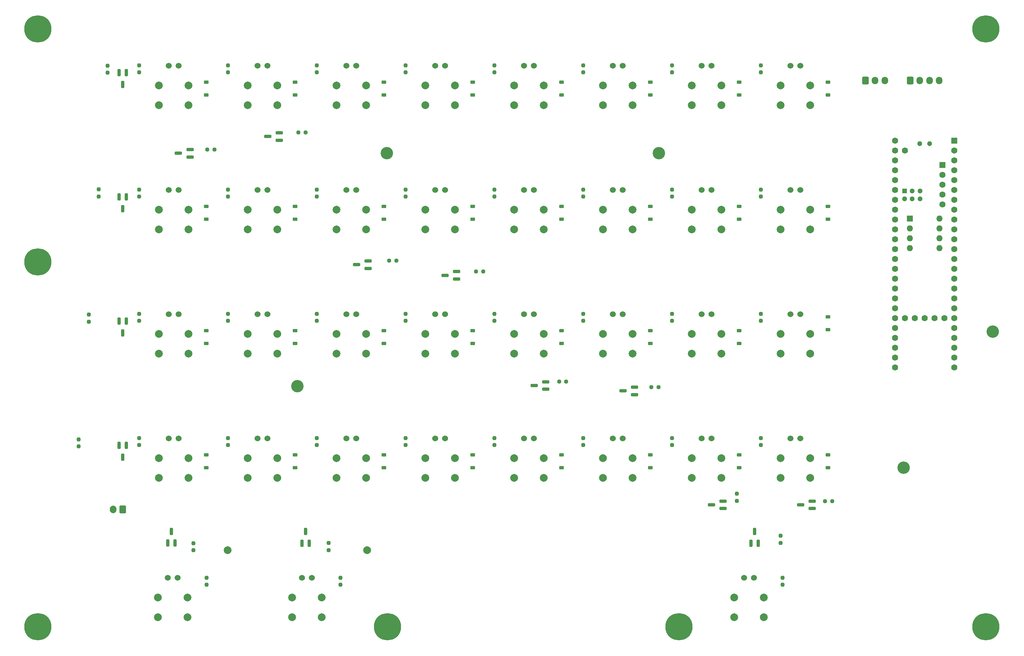
<source format=gbr>
%TF.GenerationSoftware,KiCad,Pcbnew,8.0.8-8.0.8-0~ubuntu22.04.1*%
%TF.CreationDate,2025-02-04T17:37:33+09:00*%
%TF.ProjectId,k2503100,6b323530-3331-4303-902e-6b696361645f,1.20*%
%TF.SameCoordinates,Original*%
%TF.FileFunction,Soldermask,Top*%
%TF.FilePolarity,Negative*%
%FSLAX46Y46*%
G04 Gerber Fmt 4.6, Leading zero omitted, Abs format (unit mm)*
G04 Created by KiCad (PCBNEW 8.0.8-8.0.8-0~ubuntu22.04.1) date 2025-02-04 17:37:33*
%MOMM*%
%LPD*%
G01*
G04 APERTURE LIST*
G04 Aperture macros list*
%AMRoundRect*
0 Rectangle with rounded corners*
0 $1 Rounding radius*
0 $2 $3 $4 $5 $6 $7 $8 $9 X,Y pos of 4 corners*
0 Add a 4 corners polygon primitive as box body*
4,1,4,$2,$3,$4,$5,$6,$7,$8,$9,$2,$3,0*
0 Add four circle primitives for the rounded corners*
1,1,$1+$1,$2,$3*
1,1,$1+$1,$4,$5*
1,1,$1+$1,$6,$7*
1,1,$1+$1,$8,$9*
0 Add four rect primitives between the rounded corners*
20,1,$1+$1,$2,$3,$4,$5,0*
20,1,$1+$1,$4,$5,$6,$7,0*
20,1,$1+$1,$6,$7,$8,$9,0*
20,1,$1+$1,$8,$9,$2,$3,0*%
G04 Aperture macros list end*
%ADD10RoundRect,0.237500X-0.237500X0.250000X-0.237500X-0.250000X0.237500X-0.250000X0.237500X0.250000X0*%
%ADD11RoundRect,0.237500X0.237500X-0.250000X0.237500X0.250000X-0.237500X0.250000X-0.237500X-0.250000X0*%
%ADD12C,2.000000*%
%ADD13C,1.524000*%
%ADD14RoundRect,0.225000X-0.375000X0.225000X-0.375000X-0.225000X0.375000X-0.225000X0.375000X0.225000X0*%
%ADD15R,1.600000X1.600000*%
%ADD16O,1.600000X1.600000*%
%ADD17RoundRect,0.200000X0.750000X0.200000X-0.750000X0.200000X-0.750000X-0.200000X0.750000X-0.200000X0*%
%ADD18RoundRect,0.200000X-0.200000X0.750000X-0.200000X-0.750000X0.200000X-0.750000X0.200000X0.750000X0*%
%ADD19RoundRect,0.237500X0.250000X0.237500X-0.250000X0.237500X-0.250000X-0.237500X0.250000X-0.237500X0*%
%ADD20RoundRect,0.225000X0.375000X-0.225000X0.375000X0.225000X-0.375000X0.225000X-0.375000X-0.225000X0*%
%ADD21C,7.000000*%
%ADD22C,3.200000*%
%ADD23RoundRect,0.200000X0.200000X-0.750000X0.200000X0.750000X-0.200000X0.750000X-0.200000X-0.750000X0*%
%ADD24C,1.600000*%
%ADD25R,1.300000X1.300000*%
%ADD26C,1.300000*%
%ADD27RoundRect,0.250000X-0.600000X-0.725000X0.600000X-0.725000X0.600000X0.725000X-0.600000X0.725000X0*%
%ADD28O,1.700000X1.950000*%
%ADD29RoundRect,0.250000X0.600000X0.750000X-0.600000X0.750000X-0.600000X-0.750000X0.600000X-0.750000X0*%
%ADD30O,1.700000X2.000000*%
G04 APERTURE END LIST*
D10*
%TO.C,R2*%
X261847200Y-209349500D03*
X261847200Y-211174500D03*
%TD*%
D11*
%TO.C,R305*%
X187706000Y-79182000D03*
X187706000Y-77357000D03*
%TD*%
D12*
%TO.C,SW322*%
X215646000Y-146558000D03*
X223266000Y-146558000D03*
X215646000Y-151638000D03*
X223266000Y-151638000D03*
D13*
X218186000Y-141478000D03*
X220726000Y-141478000D03*
%TD*%
D12*
%TO.C,SW326*%
X124206000Y-178562000D03*
X131826000Y-178562000D03*
X124206000Y-183642000D03*
X131826000Y-183642000D03*
D13*
X126746000Y-173482000D03*
X129286000Y-173482000D03*
%TD*%
D14*
%TO.C,D204*%
X182118000Y-81662000D03*
X182118000Y-84962000D03*
%TD*%
D15*
%TO.C,U1*%
X294640000Y-116840000D03*
D16*
X294640000Y-119380000D03*
X294640000Y-121920000D03*
X294640000Y-124460000D03*
X302260000Y-124460000D03*
X302260000Y-121920000D03*
X302260000Y-119380000D03*
X302260000Y-116840000D03*
%TD*%
D12*
%TO.C,SW312*%
X169926000Y-114554000D03*
X177546000Y-114554000D03*
X169926000Y-119634000D03*
X177546000Y-119634000D03*
D13*
X172466000Y-109474000D03*
X175006000Y-109474000D03*
%TD*%
D11*
%TO.C,R320*%
X164846000Y-143190000D03*
X164846000Y-141365000D03*
%TD*%
%TO.C,R328*%
X164846000Y-175194000D03*
X164846000Y-173369000D03*
%TD*%
D17*
%TO.C,Q306*%
X223774000Y-162174000D03*
X223774000Y-160274000D03*
X220774000Y-161224000D03*
%TD*%
D18*
%TO.C,Q309*%
X92964000Y-79248000D03*
X91064000Y-79248000D03*
X92014000Y-82248000D03*
%TD*%
D11*
%TO.C,R327*%
X141986000Y-175194000D03*
X141986000Y-173369000D03*
%TD*%
D18*
%TO.C,Q311*%
X92964000Y-143256000D03*
X91064000Y-143256000D03*
X92014000Y-146256000D03*
%TD*%
D12*
%TO.C,SW330*%
X215646000Y-178562000D03*
X223266000Y-178562000D03*
X215646000Y-183642000D03*
X223266000Y-183642000D03*
D13*
X218186000Y-173482000D03*
X220726000Y-173482000D03*
%TD*%
D18*
%TO.C,Q312*%
X92964000Y-175260000D03*
X91064000Y-175260000D03*
X92014000Y-178260000D03*
%TD*%
D12*
%TO.C,SW320*%
X169926000Y-146558000D03*
X177546000Y-146558000D03*
X169926000Y-151638000D03*
X177546000Y-151638000D03*
D13*
X172466000Y-141478000D03*
X175006000Y-141478000D03*
%TD*%
D19*
%TO.C,R338*%
X229917000Y-160274000D03*
X228092000Y-160274000D03*
%TD*%
D12*
%TO.C,SW324*%
X261366000Y-146558000D03*
X268986000Y-146558000D03*
X261366000Y-151638000D03*
X268986000Y-151638000D03*
D13*
X263906000Y-141478000D03*
X266446000Y-141478000D03*
%TD*%
D12*
%TO.C,SW310*%
X124206000Y-114554000D03*
X131826000Y-114554000D03*
X124206000Y-119634000D03*
X131826000Y-119634000D03*
D13*
X126746000Y-109474000D03*
X129286000Y-109474000D03*
%TD*%
D12*
%TO.C,SW329*%
X192786000Y-178562000D03*
X200406000Y-178562000D03*
X192786000Y-183642000D03*
X200406000Y-183642000D03*
D13*
X195326000Y-173482000D03*
X197866000Y-173482000D03*
%TD*%
D19*
%TO.C,R336*%
X184808500Y-130429000D03*
X182983500Y-130429000D03*
%TD*%
D12*
%TO.C,SW303*%
X147066000Y-82550000D03*
X154686000Y-82550000D03*
X147066000Y-87630000D03*
X154686000Y-87630000D03*
D13*
X149606000Y-77470000D03*
X152146000Y-77470000D03*
%TD*%
D11*
%TO.C,R325*%
X96266000Y-175194000D03*
X96266000Y-173369000D03*
%TD*%
D12*
%TO.C,SW313*%
X192786000Y-114554000D03*
X200406000Y-114554000D03*
X192786000Y-119634000D03*
X200406000Y-119634000D03*
D13*
X195326000Y-109474000D03*
X197866000Y-109474000D03*
%TD*%
D17*
%TO.C,Q305*%
X200914000Y-160777000D03*
X200914000Y-158877000D03*
X197914000Y-159827000D03*
%TD*%
D14*
%TO.C,D206*%
X227838000Y-81662000D03*
X227838000Y-84962000D03*
%TD*%
%TO.C,D211*%
X159258000Y-113666000D03*
X159258000Y-116966000D03*
%TD*%
D20*
%TO.C,D224*%
X273558000Y-145414000D03*
X273558000Y-142114000D03*
%TD*%
D19*
%TO.C,R337*%
X206192500Y-158806000D03*
X204367500Y-158806000D03*
%TD*%
D12*
%TO.C,SW319*%
X147066000Y-146558000D03*
X154686000Y-146558000D03*
X147066000Y-151638000D03*
X154686000Y-151638000D03*
D13*
X149606000Y-141478000D03*
X152146000Y-141478000D03*
%TD*%
D12*
%TO.C,SW323*%
X238506000Y-146558000D03*
X246126000Y-146558000D03*
X238506000Y-151638000D03*
X246126000Y-151638000D03*
D13*
X241046000Y-141478000D03*
X243586000Y-141478000D03*
%TD*%
D21*
%TO.C,REF03*%
X314230000Y-222000000D03*
%TD*%
D19*
%TO.C,R340*%
X274621000Y-189688000D03*
X272796000Y-189688000D03*
%TD*%
D22*
%TO.C,REF09*%
X293000000Y-181000000D03*
%TD*%
D19*
%TO.C,R333*%
X115617000Y-99060000D03*
X113792000Y-99060000D03*
%TD*%
D17*
%TO.C,Q302*%
X132334000Y-96642000D03*
X132334000Y-94742000D03*
X129334000Y-95692000D03*
%TD*%
D11*
%TO.C,R331*%
X233426000Y-175194000D03*
X233426000Y-173369000D03*
%TD*%
%TO.C,R304*%
X164846000Y-79182000D03*
X164846000Y-77357000D03*
%TD*%
D14*
%TO.C,D202*%
X136398000Y-81662000D03*
X136398000Y-84962000D03*
%TD*%
%TO.C,D225*%
X113538000Y-177674000D03*
X113538000Y-180974000D03*
%TD*%
D19*
%TO.C,R335*%
X162456500Y-127696000D03*
X160631500Y-127696000D03*
%TD*%
D11*
%TO.C,R342*%
X85852000Y-111148500D03*
X85852000Y-109323500D03*
%TD*%
D23*
%TO.C,Q1*%
X253709000Y-200459000D03*
X255609000Y-200459000D03*
X254659000Y-197459000D03*
%TD*%
D12*
%TO.C,SW321*%
X192786000Y-146558000D03*
X200406000Y-146558000D03*
X192786000Y-151638000D03*
X200406000Y-151638000D03*
D13*
X195326000Y-141478000D03*
X197866000Y-141478000D03*
%TD*%
D11*
%TO.C,R330*%
X210566000Y-175194000D03*
X210566000Y-173369000D03*
%TD*%
%TO.C,R317*%
X96266000Y-143190000D03*
X96266000Y-141365000D03*
%TD*%
D10*
%TO.C,R339*%
X250087000Y-187736000D03*
X250087000Y-189561000D03*
%TD*%
D12*
%TO.C,SW3*%
X249428000Y-214470000D03*
X257048000Y-214470000D03*
X249428000Y-219550000D03*
X257048000Y-219550000D03*
D13*
X251968000Y-209390000D03*
X254508000Y-209390000D03*
%TD*%
D12*
%TO.C,SW328*%
X169926000Y-178562000D03*
X177546000Y-178562000D03*
X169926000Y-183642000D03*
X177546000Y-183642000D03*
D13*
X172466000Y-173482000D03*
X175006000Y-173482000D03*
%TD*%
D14*
%TO.C,D231*%
X250698000Y-177674000D03*
X250698000Y-180974000D03*
%TD*%
%TO.C,D205*%
X204978000Y-81662000D03*
X204978000Y-84962000D03*
%TD*%
D12*
%TO.C,SW307*%
X238506000Y-82550000D03*
X246126000Y-82550000D03*
X238506000Y-87630000D03*
X246126000Y-87630000D03*
D13*
X241046000Y-77470000D03*
X243586000Y-77470000D03*
%TD*%
D11*
%TO.C,R306*%
X210566000Y-79182000D03*
X210566000Y-77357000D03*
%TD*%
D12*
%TO.C,SW315*%
X238506000Y-114554000D03*
X246126000Y-114554000D03*
X238506000Y-119634000D03*
X246126000Y-119634000D03*
D13*
X241046000Y-109474000D03*
X243586000Y-109474000D03*
%TD*%
D11*
%TO.C,R310*%
X119126000Y-111186000D03*
X119126000Y-109361000D03*
%TD*%
D12*
%TO.C,SW2*%
X135636000Y-214470000D03*
X143256000Y-214470000D03*
X135636000Y-219550000D03*
X143256000Y-219550000D03*
D13*
X138176000Y-209390000D03*
X140716000Y-209390000D03*
%TD*%
D14*
%TO.C,D232*%
X273558000Y-177674000D03*
X273558000Y-180974000D03*
%TD*%
D12*
%TO.C,SW325*%
X101346000Y-178562000D03*
X108966000Y-178562000D03*
X101346000Y-183642000D03*
X108966000Y-183642000D03*
D13*
X103886000Y-173482000D03*
X106426000Y-173482000D03*
%TD*%
D12*
%TO.C,SW317*%
X101346000Y-146558000D03*
X108966000Y-146558000D03*
X101346000Y-151638000D03*
X108966000Y-151638000D03*
D13*
X103886000Y-141478000D03*
X106426000Y-141478000D03*
%TD*%
D18*
%TO.C,Q310*%
X92964000Y-111252000D03*
X91064000Y-111252000D03*
X92014000Y-114252000D03*
%TD*%
D14*
%TO.C,D213*%
X204978000Y-113666000D03*
X204978000Y-116966000D03*
%TD*%
%TO.C,D209*%
X113538000Y-113664000D03*
X113538000Y-116964000D03*
%TD*%
D21*
%TO.C,REF02*%
X314230000Y-68000000D03*
%TD*%
D12*
%TO.C,SW331*%
X238506000Y-178562000D03*
X246126000Y-178562000D03*
X238506000Y-183642000D03*
X246126000Y-183642000D03*
D13*
X241046000Y-173482000D03*
X243586000Y-173482000D03*
%TD*%
D14*
%TO.C,D217*%
X113538000Y-145670000D03*
X113538000Y-148970000D03*
%TD*%
D11*
%TO.C,R319*%
X141986000Y-143190000D03*
X141986000Y-141365000D03*
%TD*%
D12*
%TO.C,SW327*%
X147066000Y-178562000D03*
X154686000Y-178562000D03*
X147066000Y-183642000D03*
X154686000Y-183642000D03*
D13*
X149606000Y-173482000D03*
X152146000Y-173482000D03*
%TD*%
D11*
%TO.C,R301*%
X96266000Y-79182000D03*
X96266000Y-77357000D03*
%TD*%
D19*
%TO.C,R334*%
X139088500Y-94676000D03*
X137263500Y-94676000D03*
%TD*%
D12*
%TO.C,SW301*%
X101346000Y-82550000D03*
X108966000Y-82550000D03*
X101346000Y-87630000D03*
X108966000Y-87630000D03*
D13*
X103886000Y-77470000D03*
X106426000Y-77470000D03*
%TD*%
D12*
%TO.C,SW332*%
X261366000Y-178562000D03*
X268986000Y-178562000D03*
X261366000Y-183642000D03*
X268986000Y-183642000D03*
D13*
X263906000Y-173482000D03*
X266446000Y-173482000D03*
%TD*%
D23*
%TO.C,Q2*%
X138139000Y-200459000D03*
X140039000Y-200459000D03*
X139089000Y-197459000D03*
%TD*%
D10*
%TO.C,R5*%
X113663600Y-209349500D03*
X113663600Y-211174500D03*
%TD*%
D14*
%TO.C,D212*%
X182118000Y-113666000D03*
X182118000Y-116966000D03*
%TD*%
D12*
%TO.C,SW302*%
X124206000Y-82550000D03*
X131826000Y-82550000D03*
X124206000Y-87630000D03*
X131826000Y-87630000D03*
D13*
X126746000Y-77470000D03*
X129286000Y-77470000D03*
%TD*%
D21*
%TO.C,REF05*%
X160230000Y-222000000D03*
%TD*%
D14*
%TO.C,D218*%
X136398000Y-145670000D03*
X136398000Y-148970000D03*
%TD*%
D11*
%TO.C,R303*%
X141986000Y-79182000D03*
X141986000Y-77357000D03*
%TD*%
D12*
%TO.C,TP2*%
X154964000Y-202261000D03*
%TD*%
D11*
%TO.C,R332*%
X256286000Y-175194000D03*
X256286000Y-173369000D03*
%TD*%
D14*
%TO.C,D208*%
X273558000Y-81662000D03*
X273558000Y-84962000D03*
%TD*%
D22*
%TO.C,REF10*%
X137000000Y-160000000D03*
%TD*%
D14*
%TO.C,D222*%
X227838000Y-145670000D03*
X227838000Y-148970000D03*
%TD*%
D11*
%TO.C,R311*%
X141986000Y-111186000D03*
X141986000Y-109361000D03*
%TD*%
D17*
%TO.C,Q304*%
X178006000Y-132395000D03*
X178006000Y-130495000D03*
X175006000Y-131445000D03*
%TD*%
D21*
%TO.C,REF01*%
X70230000Y-68000000D03*
%TD*%
D11*
%TO.C,R316*%
X256286000Y-111186000D03*
X256286000Y-109361000D03*
%TD*%
D14*
%TO.C,D219*%
X159258000Y-145670000D03*
X159258000Y-148970000D03*
%TD*%
D11*
%TO.C,R329*%
X187706000Y-175194000D03*
X187706000Y-173369000D03*
%TD*%
%TO.C,R321*%
X187706000Y-143190000D03*
X187706000Y-141365000D03*
%TD*%
%TO.C,R315*%
X233426000Y-111186000D03*
X233426000Y-109361000D03*
%TD*%
D12*
%TO.C,SW305*%
X192786000Y-82550000D03*
X200406000Y-82550000D03*
X192786000Y-87630000D03*
X200406000Y-87630000D03*
D13*
X195326000Y-77470000D03*
X197866000Y-77470000D03*
%TD*%
D14*
%TO.C,D228*%
X182118000Y-177674000D03*
X182118000Y-180974000D03*
%TD*%
D12*
%TO.C,SW306*%
X215646000Y-82550000D03*
X223266000Y-82550000D03*
X215646000Y-87630000D03*
X223266000Y-87630000D03*
D13*
X218186000Y-77470000D03*
X220726000Y-77470000D03*
%TD*%
D12*
%TO.C,SW308*%
X261366000Y-82550000D03*
X268986000Y-82550000D03*
X261366000Y-87630000D03*
X268986000Y-87630000D03*
D13*
X263906000Y-77470000D03*
X266446000Y-77470000D03*
%TD*%
D11*
%TO.C,R308*%
X256286000Y-79182000D03*
X256286000Y-77357000D03*
%TD*%
D14*
%TO.C,D215*%
X250698000Y-113666000D03*
X250698000Y-116966000D03*
%TD*%
D12*
%TO.C,SW314*%
X215646000Y-114554000D03*
X223266000Y-114554000D03*
X215646000Y-119634000D03*
X223266000Y-119634000D03*
D13*
X218186000Y-109474000D03*
X220726000Y-109474000D03*
%TD*%
D11*
%TO.C,R323*%
X233426000Y-143190000D03*
X233426000Y-141365000D03*
%TD*%
D10*
%TO.C,R3*%
X148106000Y-209349500D03*
X148106000Y-211174500D03*
%TD*%
D17*
%TO.C,Q307*%
X246586000Y-191527000D03*
X246586000Y-189627000D03*
X243586000Y-190577000D03*
%TD*%
D10*
%TO.C,R6*%
X110260000Y-200459500D03*
X110260000Y-202284500D03*
%TD*%
D11*
%TO.C,R314*%
X210566000Y-111186000D03*
X210566000Y-109361000D03*
%TD*%
D21*
%TO.C,REF04*%
X70230000Y-222000000D03*
%TD*%
D11*
%TO.C,R1*%
X261390000Y-200379500D03*
X261390000Y-198554500D03*
%TD*%
%TO.C,R307*%
X233426000Y-79182000D03*
X233426000Y-77357000D03*
%TD*%
D14*
%TO.C,D214*%
X227838000Y-113666000D03*
X227838000Y-116966000D03*
%TD*%
D17*
%TO.C,Q303*%
X155194000Y-129662000D03*
X155194000Y-127762000D03*
X152194000Y-128712000D03*
%TD*%
D12*
%TO.C,TP1*%
X119023000Y-202261000D03*
%TD*%
D14*
%TO.C,D221*%
X204978000Y-145670000D03*
X204978000Y-148970000D03*
%TD*%
D11*
%TO.C,R322*%
X210566000Y-143190000D03*
X210566000Y-141365000D03*
%TD*%
D17*
%TO.C,Q308*%
X269494000Y-191527000D03*
X269494000Y-189627000D03*
X266494000Y-190577000D03*
%TD*%
D11*
%TO.C,R312*%
X164846000Y-111186000D03*
X164846000Y-109361000D03*
%TD*%
%TO.C,R302*%
X119126000Y-79182000D03*
X119126000Y-77357000D03*
%TD*%
D23*
%TO.C,Q3*%
X103595000Y-200435000D03*
X105495000Y-200435000D03*
X104545000Y-197435000D03*
%TD*%
D21*
%TO.C,REF06*%
X235230000Y-222000000D03*
%TD*%
D22*
%TO.C,REF08*%
X230000000Y-100000000D03*
%TD*%
D11*
%TO.C,R326*%
X119126000Y-175194000D03*
X119126000Y-173369000D03*
%TD*%
D22*
%TO.C,REF09*%
X160000000Y-100000000D03*
%TD*%
D14*
%TO.C,D216*%
X273558000Y-113666000D03*
X273558000Y-116966000D03*
%TD*%
%TO.C,D230*%
X227838000Y-177674000D03*
X227838000Y-180974000D03*
%TD*%
D12*
%TO.C,SW311*%
X147066000Y-114554000D03*
X154686000Y-114554000D03*
X147066000Y-119634000D03*
X154686000Y-119634000D03*
D13*
X149606000Y-109474000D03*
X152146000Y-109474000D03*
%TD*%
D12*
%TO.C,SW318*%
X124206000Y-146558000D03*
X131826000Y-146558000D03*
X124206000Y-151638000D03*
X131826000Y-151638000D03*
D13*
X126746000Y-141478000D03*
X129286000Y-141478000D03*
%TD*%
D12*
%TO.C,SW316*%
X261366000Y-114554000D03*
X268986000Y-114554000D03*
X261366000Y-119634000D03*
X268986000Y-119634000D03*
D13*
X263906000Y-109474000D03*
X266446000Y-109474000D03*
%TD*%
D11*
%TO.C,R309*%
X96266000Y-111186000D03*
X96266000Y-109361000D03*
%TD*%
%TO.C,R343*%
X83312000Y-143406500D03*
X83312000Y-141581500D03*
%TD*%
D14*
%TO.C,D203*%
X159258000Y-81662000D03*
X159258000Y-84962000D03*
%TD*%
D10*
%TO.C,R4*%
X145058000Y-200436000D03*
X145058000Y-202261000D03*
%TD*%
D14*
%TO.C,D207*%
X250698000Y-81662000D03*
X250698000Y-84962000D03*
%TD*%
D17*
%TO.C,Q301*%
X109370500Y-100960000D03*
X109370500Y-99060000D03*
X106370500Y-100010000D03*
%TD*%
D11*
%TO.C,R344*%
X80721200Y-175537500D03*
X80721200Y-173712500D03*
%TD*%
D14*
%TO.C,D220*%
X182118000Y-145670000D03*
X182118000Y-148970000D03*
%TD*%
%TO.C,D227*%
X159258000Y-177674000D03*
X159258000Y-180974000D03*
%TD*%
%TO.C,D223*%
X250698000Y-145670000D03*
X250698000Y-148970000D03*
%TD*%
%TO.C,D229*%
X204978000Y-177674000D03*
X204978000Y-180974000D03*
%TD*%
D11*
%TO.C,R313*%
X187706000Y-111186000D03*
X187706000Y-109361000D03*
%TD*%
D12*
%TO.C,SW309*%
X101346000Y-114554000D03*
X108966000Y-114554000D03*
X101346000Y-119634000D03*
X108966000Y-119634000D03*
D13*
X103886000Y-109474000D03*
X106426000Y-109474000D03*
%TD*%
D11*
%TO.C,R318*%
X119126000Y-143190000D03*
X119126000Y-141365000D03*
%TD*%
D14*
%TO.C,D226*%
X136398000Y-177674000D03*
X136398000Y-180974000D03*
%TD*%
D12*
%TO.C,SW304*%
X169926000Y-82550000D03*
X177546000Y-82550000D03*
X169926000Y-87630000D03*
X177546000Y-87630000D03*
D13*
X172466000Y-77470000D03*
X175006000Y-77470000D03*
%TD*%
D11*
%TO.C,R341*%
X88138000Y-79248000D03*
X88138000Y-77423000D03*
%TD*%
D14*
%TO.C,D201*%
X113538000Y-81662000D03*
X113538000Y-84962000D03*
%TD*%
D12*
%TO.C,SW1*%
X101092000Y-214470000D03*
X108712000Y-214470000D03*
X101092000Y-219550000D03*
X108712000Y-219550000D03*
D13*
X103632000Y-209390000D03*
X106172000Y-209390000D03*
%TD*%
D22*
%TO.C,REF07*%
X316000000Y-146000000D03*
%TD*%
D11*
%TO.C,R324*%
X256286000Y-143190000D03*
X256286000Y-141365000D03*
%TD*%
D21*
%TO.C,REF07*%
X70230000Y-128000000D03*
%TD*%
D14*
%TO.C,D210*%
X136398000Y-113664000D03*
X136398000Y-116964000D03*
%TD*%
D15*
%TO.C,U101*%
X306070000Y-96774000D03*
D24*
X306070000Y-99314000D03*
X306070000Y-101854000D03*
X306070000Y-104394000D03*
X306070000Y-106934000D03*
X306070000Y-109474000D03*
X306070000Y-112014000D03*
X306070000Y-114554000D03*
X306070000Y-117094000D03*
X306070000Y-119634000D03*
X306070000Y-122174000D03*
X306070000Y-124714000D03*
X306070000Y-127254000D03*
X306070000Y-129794000D03*
X306070000Y-132334000D03*
X306070000Y-134874000D03*
X306070000Y-137414000D03*
X306070000Y-139954000D03*
X306070000Y-142494000D03*
X306070000Y-145034000D03*
X306070000Y-147574000D03*
X306070000Y-150114000D03*
X306070000Y-152654000D03*
X306070000Y-155194000D03*
X290830000Y-155194000D03*
X290830000Y-152654000D03*
X290830000Y-150114000D03*
X290830000Y-147574000D03*
X290830000Y-145034000D03*
X290830000Y-142494000D03*
X290830000Y-139954000D03*
X290830000Y-137414000D03*
X290830000Y-134874000D03*
X290830000Y-132334000D03*
X290830000Y-129794000D03*
X290830000Y-127254000D03*
X290830000Y-124714000D03*
X290830000Y-122174000D03*
X290830000Y-119634000D03*
X290830000Y-117094000D03*
X290830000Y-114554000D03*
X290830000Y-112014000D03*
X290830000Y-109474000D03*
X290830000Y-106934000D03*
X290830000Y-104394000D03*
X290830000Y-101854000D03*
X290830000Y-99314000D03*
X290830000Y-96774000D03*
X293370000Y-99314000D03*
X303530000Y-142494000D03*
X300990000Y-142494000D03*
X298450000Y-142494000D03*
X295910000Y-142494000D03*
X293370000Y-142494000D03*
D15*
X303019200Y-103073200D03*
D24*
X303019200Y-105613200D03*
X303019200Y-108153200D03*
X303019200Y-110693200D03*
X303019200Y-113233200D03*
D25*
X293268400Y-109744000D03*
D26*
X295268400Y-109744000D03*
X297268400Y-109744000D03*
X297268400Y-111744000D03*
X295268400Y-111744000D03*
X293268400Y-111744000D03*
X297180000Y-97504000D03*
X299720000Y-97504000D03*
%TD*%
D27*
%TO.C,J101*%
X294720000Y-81280000D03*
D28*
X297220000Y-81280000D03*
X299720000Y-81280000D03*
X302220000Y-81280000D03*
%TD*%
D29*
%TO.C,J103*%
X92055000Y-191749000D03*
D30*
X89555000Y-191749000D03*
%TD*%
D27*
%TO.C,J102*%
X283210000Y-81280000D03*
D28*
X285710000Y-81280000D03*
X288210000Y-81280000D03*
%TD*%
M02*

</source>
